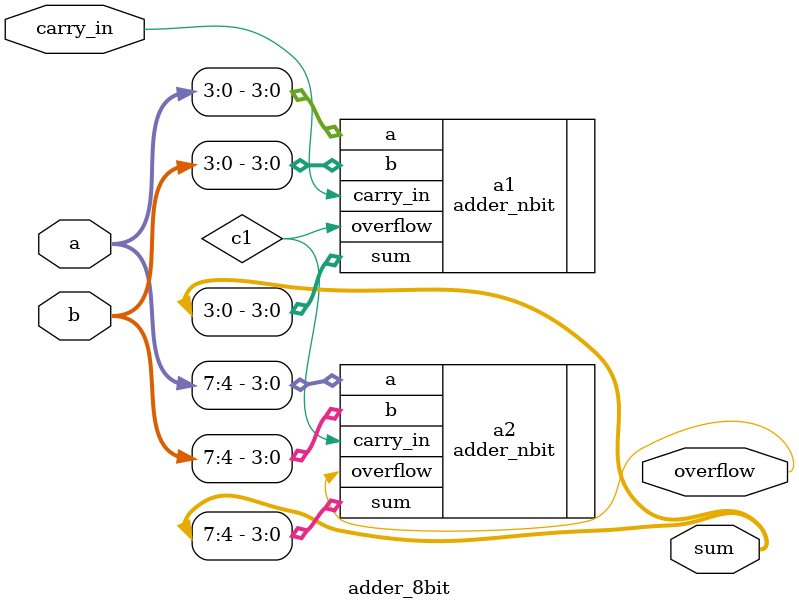
<source format=sv>

module adder_8bit
(
	input wire [7:0] a,
	input wire [7:0] b,
	input wire carry_in,
	output wire [7:0] sum,
	output wire overflow
);

wire c1;

adder_nbit a1(.a(a[3:0]),.b(b[3:0]),.carry_in(carry_in),.sum(sum[3:0]),.overflow(c1));
adder_nbit a2(.a(a[7:4]),.b(b[7:4]),.carry_in(c1),.sum(sum[7:4]),.overflow(overflow));

endmodule


</source>
